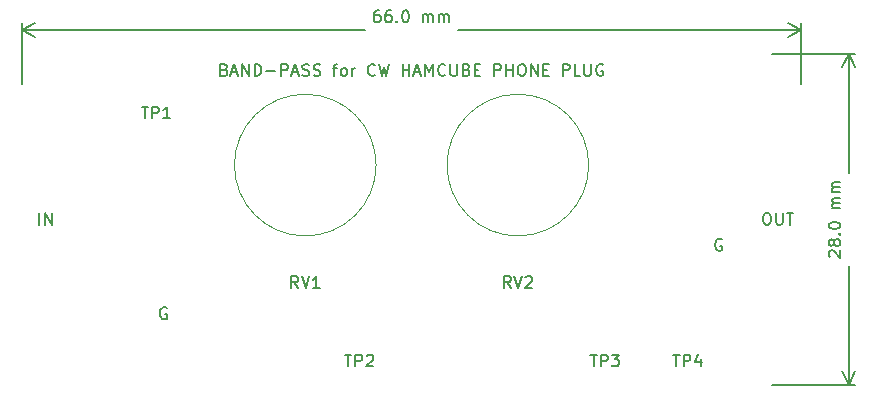
<source format=gto>
%TF.GenerationSoftware,KiCad,Pcbnew,(5.99.0-12063-ga3441a969d)*%
%TF.CreationDate,2021-08-23T19:33:07+08:00*%
%TF.ProjectId,CW-PHONE-BAND-PASS,43572d50-484f-44e4-952d-42414e442d50,rev?*%
%TF.SameCoordinates,PX5a995c0PY6422c40*%
%TF.FileFunction,Legend,Top*%
%TF.FilePolarity,Positive*%
%FSLAX46Y46*%
G04 Gerber Fmt 4.6, Leading zero omitted, Abs format (unit mm)*
G04 Created by KiCad (PCBNEW (5.99.0-12063-ga3441a969d)) date 2021-08-23 19:33:07*
%MOMM*%
%LPD*%
G01*
G04 APERTURE LIST*
%ADD10C,0.150000*%
%ADD11C,0.120000*%
%ADD12C,2.700000*%
%ADD13C,2.500000*%
%ADD14C,2.000000*%
%ADD15C,1.000000*%
G04 APERTURE END LIST*
D10*
X32338095Y7547620D02*
X32909523Y7547620D01*
X32623809Y6547620D02*
X32623809Y7547620D01*
X33242857Y6547620D02*
X33242857Y7547620D01*
X33623809Y7547620D01*
X33719047Y7500000D01*
X33766666Y7452381D01*
X33814285Y7357143D01*
X33814285Y7214286D01*
X33766666Y7119048D01*
X33719047Y7071429D01*
X33623809Y7023810D01*
X33242857Y7023810D01*
X34195238Y7452381D02*
X34242857Y7500000D01*
X34338095Y7547620D01*
X34576190Y7547620D01*
X34671428Y7500000D01*
X34719047Y7452381D01*
X34766666Y7357143D01*
X34766666Y7261905D01*
X34719047Y7119048D01*
X34147619Y6547620D01*
X34766666Y6547620D01*
X6476190Y18547620D02*
X6476190Y19547620D01*
X6952380Y18547620D02*
X6952380Y19547620D01*
X7523809Y18547620D01*
X7523809Y19547620D01*
X22142857Y31671429D02*
X22285714Y31623810D01*
X22333333Y31576191D01*
X22380952Y31480953D01*
X22380952Y31338096D01*
X22333333Y31242858D01*
X22285714Y31195239D01*
X22190476Y31147620D01*
X21809523Y31147620D01*
X21809523Y32147620D01*
X22142857Y32147620D01*
X22238095Y32100000D01*
X22285714Y32052381D01*
X22333333Y31957143D01*
X22333333Y31861905D01*
X22285714Y31766667D01*
X22238095Y31719048D01*
X22142857Y31671429D01*
X21809523Y31671429D01*
X22761904Y31433334D02*
X23238095Y31433334D01*
X22666666Y31147620D02*
X23000000Y32147620D01*
X23333333Y31147620D01*
X23666666Y31147620D02*
X23666666Y32147620D01*
X24238095Y31147620D01*
X24238095Y32147620D01*
X24714285Y31147620D02*
X24714285Y32147620D01*
X24952380Y32147620D01*
X25095238Y32100000D01*
X25190476Y32004762D01*
X25238095Y31909524D01*
X25285714Y31719048D01*
X25285714Y31576191D01*
X25238095Y31385715D01*
X25190476Y31290477D01*
X25095238Y31195239D01*
X24952380Y31147620D01*
X24714285Y31147620D01*
X25714285Y31528572D02*
X26476190Y31528572D01*
X26952380Y31147620D02*
X26952380Y32147620D01*
X27333333Y32147620D01*
X27428571Y32100000D01*
X27476190Y32052381D01*
X27523809Y31957143D01*
X27523809Y31814286D01*
X27476190Y31719048D01*
X27428571Y31671429D01*
X27333333Y31623810D01*
X26952380Y31623810D01*
X27904761Y31433334D02*
X28380952Y31433334D01*
X27809523Y31147620D02*
X28142857Y32147620D01*
X28476190Y31147620D01*
X28761904Y31195239D02*
X28904761Y31147620D01*
X29142857Y31147620D01*
X29238095Y31195239D01*
X29285714Y31242858D01*
X29333333Y31338096D01*
X29333333Y31433334D01*
X29285714Y31528572D01*
X29238095Y31576191D01*
X29142857Y31623810D01*
X28952380Y31671429D01*
X28857142Y31719048D01*
X28809523Y31766667D01*
X28761904Y31861905D01*
X28761904Y31957143D01*
X28809523Y32052381D01*
X28857142Y32100000D01*
X28952380Y32147620D01*
X29190476Y32147620D01*
X29333333Y32100000D01*
X29714285Y31195239D02*
X29857142Y31147620D01*
X30095238Y31147620D01*
X30190476Y31195239D01*
X30238095Y31242858D01*
X30285714Y31338096D01*
X30285714Y31433334D01*
X30238095Y31528572D01*
X30190476Y31576191D01*
X30095238Y31623810D01*
X29904761Y31671429D01*
X29809523Y31719048D01*
X29761904Y31766667D01*
X29714285Y31861905D01*
X29714285Y31957143D01*
X29761904Y32052381D01*
X29809523Y32100000D01*
X29904761Y32147620D01*
X30142857Y32147620D01*
X30285714Y32100000D01*
X31333333Y31814286D02*
X31714285Y31814286D01*
X31476190Y31147620D02*
X31476190Y32004762D01*
X31523809Y32100000D01*
X31619047Y32147620D01*
X31714285Y32147620D01*
X32190476Y31147620D02*
X32095238Y31195239D01*
X32047619Y31242858D01*
X32000000Y31338096D01*
X32000000Y31623810D01*
X32047619Y31719048D01*
X32095238Y31766667D01*
X32190476Y31814286D01*
X32333333Y31814286D01*
X32428571Y31766667D01*
X32476190Y31719048D01*
X32523809Y31623810D01*
X32523809Y31338096D01*
X32476190Y31242858D01*
X32428571Y31195239D01*
X32333333Y31147620D01*
X32190476Y31147620D01*
X32952380Y31147620D02*
X32952380Y31814286D01*
X32952380Y31623810D02*
X33000000Y31719048D01*
X33047619Y31766667D01*
X33142857Y31814286D01*
X33238095Y31814286D01*
X34904761Y31242858D02*
X34857142Y31195239D01*
X34714285Y31147620D01*
X34619047Y31147620D01*
X34476190Y31195239D01*
X34380952Y31290477D01*
X34333333Y31385715D01*
X34285714Y31576191D01*
X34285714Y31719048D01*
X34333333Y31909524D01*
X34380952Y32004762D01*
X34476190Y32100000D01*
X34619047Y32147620D01*
X34714285Y32147620D01*
X34857142Y32100000D01*
X34904761Y32052381D01*
X35238095Y32147620D02*
X35476190Y31147620D01*
X35666666Y31861905D01*
X35857142Y31147620D01*
X36095238Y32147620D01*
X37238095Y31147620D02*
X37238095Y32147620D01*
X37238095Y31671429D02*
X37809523Y31671429D01*
X37809523Y31147620D02*
X37809523Y32147620D01*
X38238095Y31433334D02*
X38714285Y31433334D01*
X38142857Y31147620D02*
X38476190Y32147620D01*
X38809523Y31147620D01*
X39142857Y31147620D02*
X39142857Y32147620D01*
X39476190Y31433334D01*
X39809523Y32147620D01*
X39809523Y31147620D01*
X40857142Y31242858D02*
X40809523Y31195239D01*
X40666666Y31147620D01*
X40571428Y31147620D01*
X40428571Y31195239D01*
X40333333Y31290477D01*
X40285714Y31385715D01*
X40238095Y31576191D01*
X40238095Y31719048D01*
X40285714Y31909524D01*
X40333333Y32004762D01*
X40428571Y32100000D01*
X40571428Y32147620D01*
X40666666Y32147620D01*
X40809523Y32100000D01*
X40857142Y32052381D01*
X41285714Y32147620D02*
X41285714Y31338096D01*
X41333333Y31242858D01*
X41380952Y31195239D01*
X41476190Y31147620D01*
X41666666Y31147620D01*
X41761904Y31195239D01*
X41809523Y31242858D01*
X41857142Y31338096D01*
X41857142Y32147620D01*
X42666666Y31671429D02*
X42809523Y31623810D01*
X42857142Y31576191D01*
X42904761Y31480953D01*
X42904761Y31338096D01*
X42857142Y31242858D01*
X42809523Y31195239D01*
X42714285Y31147620D01*
X42333333Y31147620D01*
X42333333Y32147620D01*
X42666666Y32147620D01*
X42761904Y32100000D01*
X42809523Y32052381D01*
X42857142Y31957143D01*
X42857142Y31861905D01*
X42809523Y31766667D01*
X42761904Y31719048D01*
X42666666Y31671429D01*
X42333333Y31671429D01*
X43333333Y31671429D02*
X43666666Y31671429D01*
X43809523Y31147620D02*
X43333333Y31147620D01*
X43333333Y32147620D01*
X43809523Y32147620D01*
X45000000Y31147620D02*
X45000000Y32147620D01*
X45380952Y32147620D01*
X45476190Y32100000D01*
X45523809Y32052381D01*
X45571428Y31957143D01*
X45571428Y31814286D01*
X45523809Y31719048D01*
X45476190Y31671429D01*
X45380952Y31623810D01*
X45000000Y31623810D01*
X46000000Y31147620D02*
X46000000Y32147620D01*
X46000000Y31671429D02*
X46571428Y31671429D01*
X46571428Y31147620D02*
X46571428Y32147620D01*
X47238095Y32147620D02*
X47428571Y32147620D01*
X47523809Y32100000D01*
X47619047Y32004762D01*
X47666666Y31814286D01*
X47666666Y31480953D01*
X47619047Y31290477D01*
X47523809Y31195239D01*
X47428571Y31147620D01*
X47238095Y31147620D01*
X47142857Y31195239D01*
X47047619Y31290477D01*
X47000000Y31480953D01*
X47000000Y31814286D01*
X47047619Y32004762D01*
X47142857Y32100000D01*
X47238095Y32147620D01*
X48095238Y31147620D02*
X48095238Y32147620D01*
X48666666Y31147620D01*
X48666666Y32147620D01*
X49142857Y31671429D02*
X49476190Y31671429D01*
X49619047Y31147620D02*
X49142857Y31147620D01*
X49142857Y32147620D01*
X49619047Y32147620D01*
X50809523Y31147620D02*
X50809523Y32147620D01*
X51190476Y32147620D01*
X51285714Y32100000D01*
X51333333Y32052381D01*
X51380952Y31957143D01*
X51380952Y31814286D01*
X51333333Y31719048D01*
X51285714Y31671429D01*
X51190476Y31623810D01*
X50809523Y31623810D01*
X52285714Y31147620D02*
X51809523Y31147620D01*
X51809523Y32147620D01*
X52619047Y32147620D02*
X52619047Y31338096D01*
X52666666Y31242858D01*
X52714285Y31195239D01*
X52809523Y31147620D01*
X53000000Y31147620D01*
X53095238Y31195239D01*
X53142857Y31242858D01*
X53190476Y31338096D01*
X53190476Y32147620D01*
X54190476Y32100000D02*
X54095238Y32147620D01*
X53952380Y32147620D01*
X53809523Y32100000D01*
X53714285Y32004762D01*
X53666666Y31909524D01*
X53619047Y31719048D01*
X53619047Y31576191D01*
X53666666Y31385715D01*
X53714285Y31290477D01*
X53809523Y31195239D01*
X53952380Y31147620D01*
X54047619Y31147620D01*
X54190476Y31195239D01*
X54238095Y31242858D01*
X54238095Y31576191D01*
X54047619Y31576191D01*
X60138095Y7547620D02*
X60709523Y7547620D01*
X60423809Y6547620D02*
X60423809Y7547620D01*
X61042857Y6547620D02*
X61042857Y7547620D01*
X61423809Y7547620D01*
X61519047Y7500000D01*
X61566666Y7452381D01*
X61614285Y7357143D01*
X61614285Y7214286D01*
X61566666Y7119048D01*
X61519047Y7071429D01*
X61423809Y7023810D01*
X61042857Y7023810D01*
X62471428Y7214286D02*
X62471428Y6547620D01*
X62233333Y7595239D02*
X61995238Y6880953D01*
X62614285Y6880953D01*
X53138095Y7547620D02*
X53709523Y7547620D01*
X53423809Y6547620D02*
X53423809Y7547620D01*
X54042857Y6547620D02*
X54042857Y7547620D01*
X54423809Y7547620D01*
X54519047Y7500000D01*
X54566666Y7452381D01*
X54614285Y7357143D01*
X54614285Y7214286D01*
X54566666Y7119048D01*
X54519047Y7071429D01*
X54423809Y7023810D01*
X54042857Y7023810D01*
X54947619Y7547620D02*
X55566666Y7547620D01*
X55233333Y7166667D01*
X55376190Y7166667D01*
X55471428Y7119048D01*
X55519047Y7071429D01*
X55566666Y6976191D01*
X55566666Y6738096D01*
X55519047Y6642858D01*
X55471428Y6595239D01*
X55376190Y6547620D01*
X55090476Y6547620D01*
X54995238Y6595239D01*
X54947619Y6642858D01*
X68000000Y19547620D02*
X68190476Y19547620D01*
X68285714Y19500000D01*
X68380952Y19404762D01*
X68428571Y19214286D01*
X68428571Y18880953D01*
X68380952Y18690477D01*
X68285714Y18595239D01*
X68190476Y18547620D01*
X68000000Y18547620D01*
X67904761Y18595239D01*
X67809523Y18690477D01*
X67761904Y18880953D01*
X67761904Y19214286D01*
X67809523Y19404762D01*
X67904761Y19500000D01*
X68000000Y19547620D01*
X68857142Y19547620D02*
X68857142Y18738096D01*
X68904761Y18642858D01*
X68952380Y18595239D01*
X69047619Y18547620D01*
X69238095Y18547620D01*
X69333333Y18595239D01*
X69380952Y18642858D01*
X69428571Y18738096D01*
X69428571Y19547620D01*
X69761904Y19547620D02*
X70333333Y19547620D01*
X70047619Y18547620D02*
X70047619Y19547620D01*
X15138095Y28547620D02*
X15709523Y28547620D01*
X15423809Y27547620D02*
X15423809Y28547620D01*
X16042857Y27547620D02*
X16042857Y28547620D01*
X16423809Y28547620D01*
X16519047Y28500000D01*
X16566666Y28452381D01*
X16614285Y28357143D01*
X16614285Y28214286D01*
X16566666Y28119048D01*
X16519047Y28071429D01*
X16423809Y28023810D01*
X16042857Y28023810D01*
X17566666Y27547620D02*
X16995238Y27547620D01*
X17280952Y27547620D02*
X17280952Y28547620D01*
X17185714Y28404762D01*
X17090476Y28309524D01*
X16995238Y28261905D01*
X64261904Y17300000D02*
X64166666Y17347620D01*
X64023809Y17347620D01*
X63880952Y17300000D01*
X63785714Y17204762D01*
X63738095Y17109524D01*
X63690476Y16919048D01*
X63690476Y16776191D01*
X63738095Y16585715D01*
X63785714Y16490477D01*
X63880952Y16395239D01*
X64023809Y16347620D01*
X64119047Y16347620D01*
X64261904Y16395239D01*
X64309523Y16442858D01*
X64309523Y16776191D01*
X64119047Y16776191D01*
X17261904Y11500000D02*
X17166666Y11547620D01*
X17023809Y11547620D01*
X16880952Y11500000D01*
X16785714Y11404762D01*
X16738095Y11309524D01*
X16690476Y11119048D01*
X16690476Y10976191D01*
X16738095Y10785715D01*
X16785714Y10690477D01*
X16880952Y10595239D01*
X17023809Y10547620D01*
X17119047Y10547620D01*
X17261904Y10595239D01*
X17309523Y10642858D01*
X17309523Y10976191D01*
X17119047Y10976191D01*
X73397619Y15809524D02*
X73350000Y15857143D01*
X73302380Y15952381D01*
X73302380Y16190477D01*
X73350000Y16285715D01*
X73397619Y16333334D01*
X73492857Y16380953D01*
X73588095Y16380953D01*
X73730952Y16333334D01*
X74302380Y15761905D01*
X74302380Y16380953D01*
X73730952Y16952381D02*
X73683333Y16857143D01*
X73635714Y16809524D01*
X73540476Y16761905D01*
X73492857Y16761905D01*
X73397619Y16809524D01*
X73350000Y16857143D01*
X73302380Y16952381D01*
X73302380Y17142858D01*
X73350000Y17238096D01*
X73397619Y17285715D01*
X73492857Y17333334D01*
X73540476Y17333334D01*
X73635714Y17285715D01*
X73683333Y17238096D01*
X73730952Y17142858D01*
X73730952Y16952381D01*
X73778571Y16857143D01*
X73826190Y16809524D01*
X73921428Y16761905D01*
X74111904Y16761905D01*
X74207142Y16809524D01*
X74254761Y16857143D01*
X74302380Y16952381D01*
X74302380Y17142858D01*
X74254761Y17238096D01*
X74207142Y17285715D01*
X74111904Y17333334D01*
X73921428Y17333334D01*
X73826190Y17285715D01*
X73778571Y17238096D01*
X73730952Y17142858D01*
X74207142Y17761905D02*
X74254761Y17809524D01*
X74302380Y17761905D01*
X74254761Y17714286D01*
X74207142Y17761905D01*
X74302380Y17761905D01*
X73302380Y18428572D02*
X73302380Y18523810D01*
X73350000Y18619048D01*
X73397619Y18666667D01*
X73492857Y18714286D01*
X73683333Y18761905D01*
X73921428Y18761905D01*
X74111904Y18714286D01*
X74207142Y18666667D01*
X74254761Y18619048D01*
X74302380Y18523810D01*
X74302380Y18428572D01*
X74254761Y18333334D01*
X74207142Y18285715D01*
X74111904Y18238096D01*
X73921428Y18190477D01*
X73683333Y18190477D01*
X73492857Y18238096D01*
X73397619Y18285715D01*
X73350000Y18333334D01*
X73302380Y18428572D01*
X74302380Y19952381D02*
X73635714Y19952381D01*
X73730952Y19952381D02*
X73683333Y20000000D01*
X73635714Y20095239D01*
X73635714Y20238096D01*
X73683333Y20333334D01*
X73778571Y20380953D01*
X74302380Y20380953D01*
X73778571Y20380953D02*
X73683333Y20428572D01*
X73635714Y20523810D01*
X73635714Y20666667D01*
X73683333Y20761905D01*
X73778571Y20809524D01*
X74302380Y20809524D01*
X74302380Y21285715D02*
X73635714Y21285715D01*
X73730952Y21285715D02*
X73683333Y21333334D01*
X73635714Y21428572D01*
X73635714Y21571429D01*
X73683333Y21666667D01*
X73778571Y21714286D01*
X74302380Y21714286D01*
X73778571Y21714286D02*
X73683333Y21761905D01*
X73635714Y21857143D01*
X73635714Y22000000D01*
X73683333Y22095239D01*
X73778571Y22142858D01*
X74302380Y22142858D01*
X68500000Y33000000D02*
X75586420Y33000000D01*
X68500000Y5000000D02*
X75586420Y5000000D01*
X75000000Y33000000D02*
X75000000Y22955953D01*
X75000000Y15044048D02*
X75000000Y5000000D01*
X75000000Y33000000D02*
X74413579Y31873496D01*
X75000000Y33000000D02*
X75586421Y31873496D01*
X75000000Y5000000D02*
X75586421Y6126504D01*
X75000000Y5000000D02*
X74413579Y6126504D01*
X35285714Y36697620D02*
X35095238Y36697620D01*
X35000000Y36650000D01*
X34952380Y36602381D01*
X34857142Y36459524D01*
X34809523Y36269048D01*
X34809523Y35888096D01*
X34857142Y35792858D01*
X34904761Y35745239D01*
X35000000Y35697620D01*
X35190476Y35697620D01*
X35285714Y35745239D01*
X35333333Y35792858D01*
X35380952Y35888096D01*
X35380952Y36126191D01*
X35333333Y36221429D01*
X35285714Y36269048D01*
X35190476Y36316667D01*
X35000000Y36316667D01*
X34904761Y36269048D01*
X34857142Y36221429D01*
X34809523Y36126191D01*
X36238095Y36697620D02*
X36047619Y36697620D01*
X35952380Y36650000D01*
X35904761Y36602381D01*
X35809523Y36459524D01*
X35761904Y36269048D01*
X35761904Y35888096D01*
X35809523Y35792858D01*
X35857142Y35745239D01*
X35952380Y35697620D01*
X36142857Y35697620D01*
X36238095Y35745239D01*
X36285714Y35792858D01*
X36333333Y35888096D01*
X36333333Y36126191D01*
X36285714Y36221429D01*
X36238095Y36269048D01*
X36142857Y36316667D01*
X35952380Y36316667D01*
X35857142Y36269048D01*
X35809523Y36221429D01*
X35761904Y36126191D01*
X36761904Y35792858D02*
X36809523Y35745239D01*
X36761904Y35697620D01*
X36714285Y35745239D01*
X36761904Y35792858D01*
X36761904Y35697620D01*
X37428571Y36697620D02*
X37523809Y36697620D01*
X37619047Y36650000D01*
X37666666Y36602381D01*
X37714285Y36507143D01*
X37761904Y36316667D01*
X37761904Y36078572D01*
X37714285Y35888096D01*
X37666666Y35792858D01*
X37619047Y35745239D01*
X37523809Y35697620D01*
X37428571Y35697620D01*
X37333333Y35745239D01*
X37285714Y35792858D01*
X37238095Y35888096D01*
X37190476Y36078572D01*
X37190476Y36316667D01*
X37238095Y36507143D01*
X37285714Y36602381D01*
X37333333Y36650000D01*
X37428571Y36697620D01*
X38952380Y35697620D02*
X38952380Y36364286D01*
X38952380Y36269048D02*
X39000000Y36316667D01*
X39095238Y36364286D01*
X39238095Y36364286D01*
X39333333Y36316667D01*
X39380952Y36221429D01*
X39380952Y35697620D01*
X39380952Y36221429D02*
X39428571Y36316667D01*
X39523809Y36364286D01*
X39666666Y36364286D01*
X39761904Y36316667D01*
X39809523Y36221429D01*
X39809523Y35697620D01*
X40285714Y35697620D02*
X40285714Y36364286D01*
X40285714Y36269048D02*
X40333333Y36316667D01*
X40428571Y36364286D01*
X40571428Y36364286D01*
X40666666Y36316667D01*
X40714285Y36221429D01*
X40714285Y35697620D01*
X40714285Y36221429D02*
X40761904Y36316667D01*
X40857142Y36364286D01*
X41000000Y36364286D01*
X41095238Y36316667D01*
X41142857Y36221429D01*
X41142857Y35697620D01*
X5000000Y30500000D02*
X5000000Y35586420D01*
X71000000Y30500000D02*
X71000000Y35586420D01*
X5000000Y35000000D02*
X34044048Y35000000D01*
X41955953Y35000000D02*
X71000000Y35000000D01*
X5000000Y35000000D02*
X6126504Y34413579D01*
X5000000Y35000000D02*
X6126504Y35586421D01*
X71000000Y35000000D02*
X69873496Y35586421D01*
X71000000Y35000000D02*
X69873496Y34413579D01*
%TO.C,H1*%
X68452380Y7238096D02*
X67452380Y7238096D01*
X67928571Y7238096D02*
X67928571Y7809524D01*
X68452380Y7809524D02*
X67452380Y7809524D01*
X68452380Y8809524D02*
X68452380Y8238096D01*
X68452380Y8523810D02*
X67452380Y8523810D01*
X67595238Y8428572D01*
X67690476Y8333334D01*
X67738095Y8238096D01*
%TO.C,RV2*%
X46404761Y13182620D02*
X46071428Y13658810D01*
X45833333Y13182620D02*
X45833333Y14182620D01*
X46214285Y14182620D01*
X46309523Y14135000D01*
X46357142Y14087381D01*
X46404761Y13992143D01*
X46404761Y13849286D01*
X46357142Y13754048D01*
X46309523Y13706429D01*
X46214285Y13658810D01*
X45833333Y13658810D01*
X46690476Y14182620D02*
X47023809Y13182620D01*
X47357142Y14182620D01*
X47642857Y14087381D02*
X47690476Y14135000D01*
X47785714Y14182620D01*
X48023809Y14182620D01*
X48119047Y14135000D01*
X48166666Y14087381D01*
X48214285Y13992143D01*
X48214285Y13896905D01*
X48166666Y13754048D01*
X47595238Y13182620D01*
X48214285Y13182620D01*
%TO.C,RV1*%
X28404761Y13182620D02*
X28071428Y13658810D01*
X27833333Y13182620D02*
X27833333Y14182620D01*
X28214285Y14182620D01*
X28309523Y14135000D01*
X28357142Y14087381D01*
X28404761Y13992143D01*
X28404761Y13849286D01*
X28357142Y13754048D01*
X28309523Y13706429D01*
X28214285Y13658810D01*
X27833333Y13658810D01*
X28690476Y14182620D02*
X29023809Y13182620D01*
X29357142Y14182620D01*
X30214285Y13182620D02*
X29642857Y13182620D01*
X29928571Y13182620D02*
X29928571Y14182620D01*
X29833333Y14039762D01*
X29738095Y13944524D01*
X29642857Y13896905D01*
%TO.C,H3*%
X7238095Y29347620D02*
X7238095Y30347620D01*
X7238095Y29871429D02*
X7809523Y29871429D01*
X7809523Y29347620D02*
X7809523Y30347620D01*
X8190476Y30347620D02*
X8809523Y30347620D01*
X8476190Y29966667D01*
X8619047Y29966667D01*
X8714285Y29919048D01*
X8761904Y29871429D01*
X8809523Y29776191D01*
X8809523Y29538096D01*
X8761904Y29442858D01*
X8714285Y29395239D01*
X8619047Y29347620D01*
X8333333Y29347620D01*
X8238095Y29395239D01*
X8190476Y29442858D01*
%TO.C,H4*%
X67238095Y29547620D02*
X67238095Y30547620D01*
X67238095Y30071429D02*
X67809523Y30071429D01*
X67809523Y29547620D02*
X67809523Y30547620D01*
X68714285Y30214286D02*
X68714285Y29547620D01*
X68476190Y30595239D02*
X68238095Y29880953D01*
X68857142Y29880953D01*
%TO.C,H2*%
X7238095Y7547620D02*
X7238095Y8547620D01*
X7238095Y8071429D02*
X7809523Y8071429D01*
X7809523Y7547620D02*
X7809523Y8547620D01*
X8238095Y8452381D02*
X8285714Y8500000D01*
X8380952Y8547620D01*
X8619047Y8547620D01*
X8714285Y8500000D01*
X8761904Y8452381D01*
X8809523Y8357143D01*
X8809523Y8261905D01*
X8761904Y8119048D01*
X8190476Y7547620D01*
X8809523Y7547620D01*
D11*
%TO.C,RV2*%
X53000000Y23595000D02*
G75*
G03*
X53000000Y23595000I-6000000J0D01*
G01*
%TO.C,RV1*%
X35000000Y23595000D02*
G75*
G03*
X35000000Y23595000I-6000000J0D01*
G01*
%TD*%
%LPC*%
D12*
%TO.C,H1*%
X68000000Y8000000D03*
%TD*%
D13*
%TO.C,RV2*%
X41920000Y11095000D03*
X47000000Y11095000D03*
X52080000Y11095000D03*
%TD*%
%TO.C,RV1*%
X23920000Y11095000D03*
X29000000Y11095000D03*
X34080000Y11095000D03*
%TD*%
D12*
%TO.C,H3*%
X8000000Y30000000D03*
%TD*%
%TO.C,H4*%
X68000000Y30000000D03*
%TD*%
%TO.C,H2*%
X8000000Y8000000D03*
%TD*%
D14*
%TO.C,J1*%
X16500000Y14000000D03*
X16500000Y16500000D03*
X11500000Y19000000D03*
X16500000Y24000000D03*
X16500000Y21500000D03*
%TD*%
D15*
%TO.C,TP3*%
X52000000Y7000000D03*
%TD*%
%TO.C,TP1*%
X14000000Y28000000D03*
%TD*%
%TO.C,TP2*%
X31000000Y7000000D03*
%TD*%
%TO.C,TP4*%
X59000000Y7000000D03*
%TD*%
D14*
%TO.C,J2*%
X59500000Y24000000D03*
X59500000Y21500000D03*
X64500000Y19000000D03*
X59500000Y14000000D03*
X59500000Y16500000D03*
%TD*%
M02*

</source>
